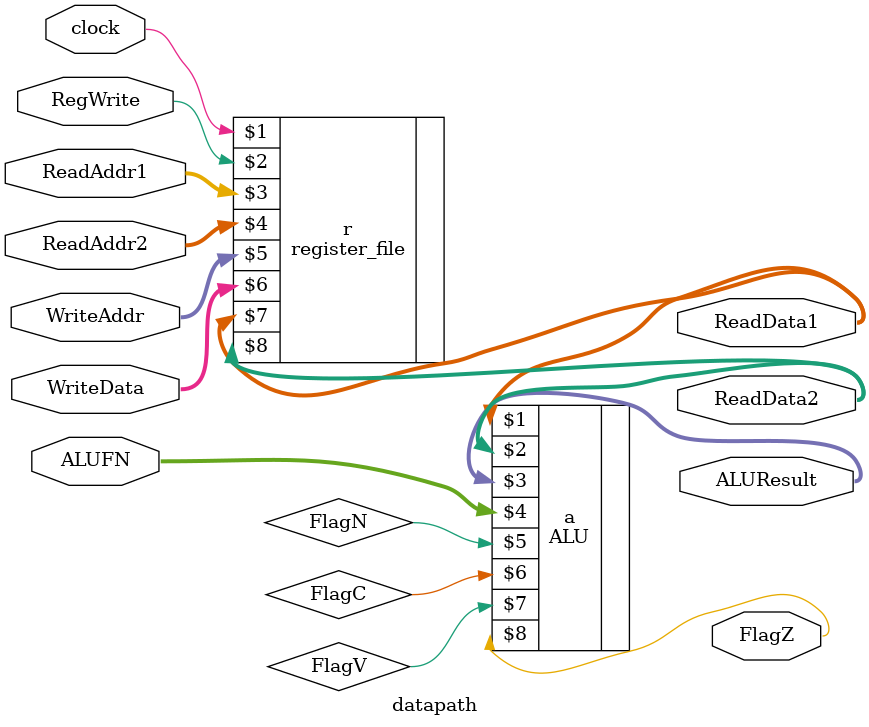
<source format=sv>
`timescale 1ns / 1ps
`default_nettype none

module datapath #(
        parameter Nloc = 32,
        parameter Dbits = 32,
        parameter initfile = "mem_data.mem"
)(
        input wire clock,
        input wire RegWrite,
        input wire [$clog2(Nloc)-1:0] ReadAddr1, ReadAddr2, WriteAddr,
        input wire [4:0] ALUFN,
        input wire [Dbits-1:0] WriteData,
        
        output logic [Dbits-1:0] ReadData1, ReadData2,
        output wire [Nloc-1:0] ALUResult,
        output wire FlagZ
    );
    
    register_file r (clock, RegWrite, ReadAddr1, ReadAddr2, WriteAddr, WriteData, ReadData1, ReadData2);
    
    wire FlagN, FlagC, FlagV;
    ALU a(ReadData1, ReadData2, ALUResult, ALUFN, FlagN, FlagC, FlagV, FlagZ);
endmodule

</source>
